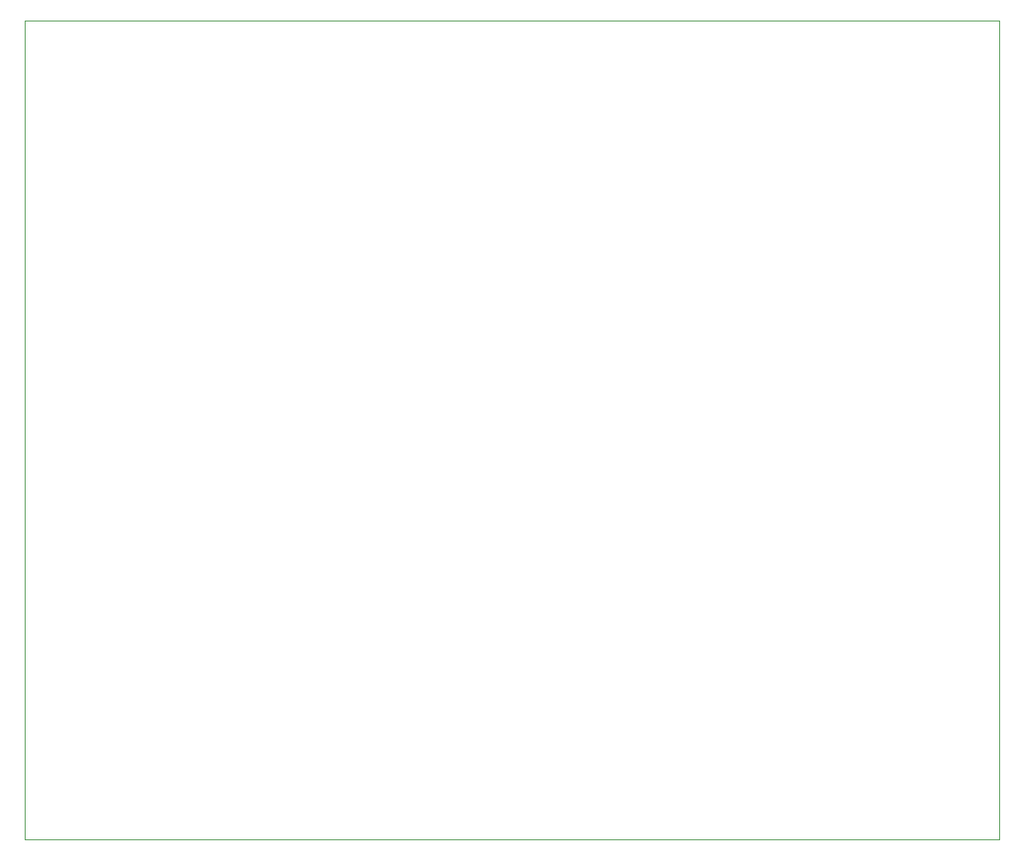
<source format=gbr>
%TF.GenerationSoftware,KiCad,Pcbnew,(6.0.8)*%
%TF.CreationDate,2023-11-14T22:22:02+13:00*%
%TF.ProjectId,Brain,42726169-6e2e-46b6-9963-61645f706362,rev?*%
%TF.SameCoordinates,Original*%
%TF.FileFunction,Profile,NP*%
%FSLAX46Y46*%
G04 Gerber Fmt 4.6, Leading zero omitted, Abs format (unit mm)*
G04 Created by KiCad (PCBNEW (6.0.8)) date 2023-11-14 22:22:02*
%MOMM*%
%LPD*%
G01*
G04 APERTURE LIST*
%TA.AperFunction,Profile*%
%ADD10C,0.100000*%
%TD*%
G04 APERTURE END LIST*
D10*
X100000000Y-150000000D02*
X200000000Y-150000000D01*
X200000000Y-150000000D02*
X200000000Y-66000000D01*
X200000000Y-66000000D02*
X100000000Y-66000000D01*
X100000000Y-66000000D02*
X100000000Y-150000000D01*
M02*

</source>
